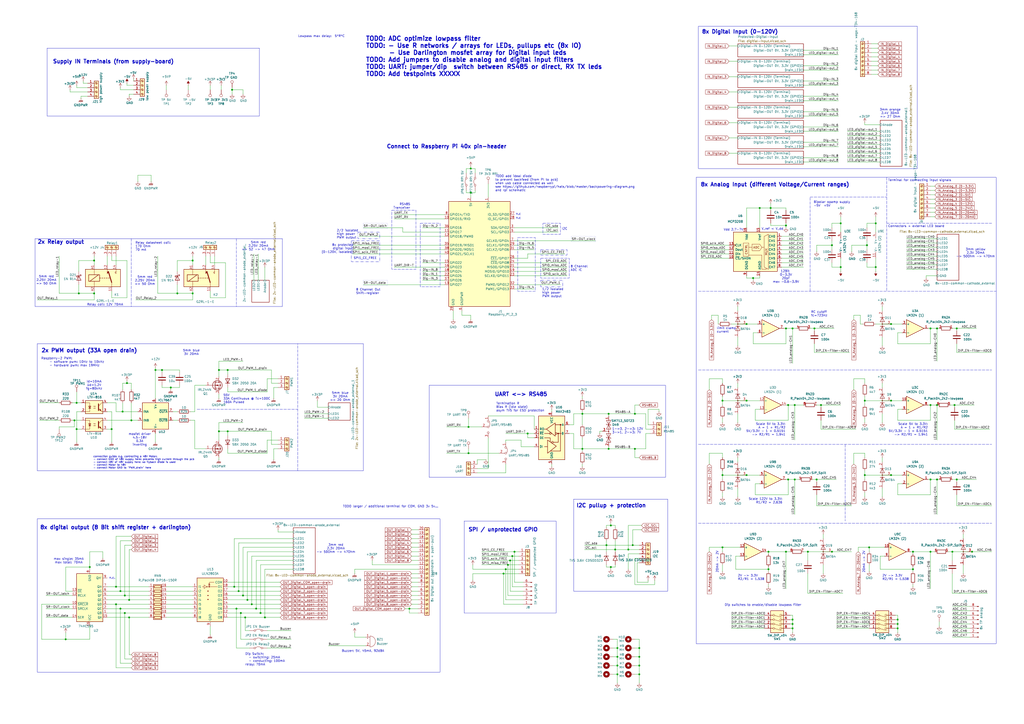
<source format=kicad_sch>
(kicad_sch
	(version 20231120)
	(generator "eeschema")
	(generator_version "8.0")
	(uuid "af4d11a6-73e1-4c39-a25e-5fe7dfa07237")
	(paper "A2")
	
	(junction
		(at 140.97 345.44)
		(diameter 0)
		(color 0 0 0 0)
		(uuid "01a8e618-7e14-4882-9136-a12536116a47")
	)
	(junction
		(at 237.49 353.06)
		(diameter 0)
		(color 0 0 0 0)
		(uuid "01c225b5-cd2c-42cd-9a9e-dd1eb69e7a46")
	)
	(junction
		(at 294.64 327.66)
		(diameter 0)
		(color 0 0 0 0)
		(uuid "05305efd-1dbd-4d1b-9814-028567a7094e")
	)
	(junction
		(at 137.16 353.06)
		(diameter 0)
		(color 0 0 0 0)
		(uuid "05eca1c0-0042-44d8-82a8-b1f48175c33d")
	)
	(junction
		(at 368.3 260.35)
		(diameter 0)
		(color 0 0 0 0)
		(uuid "06f335d7-63de-4572-a20a-022b6c7f93c9")
	)
	(junction
		(at 364.49 318.77)
		(diameter 0)
		(color 0 0 0 0)
		(uuid "072c8fc6-89d0-4715-8ea4-dd9134761f17")
	)
	(junction
		(at 351.79 316.23)
		(diameter 0)
		(color 0 0 0 0)
		(uuid "07823899-5798-4592-8eff-8b1fe5858f30")
	)
	(junction
		(at 358.14 381)
		(diameter 0)
		(color 0 0 0 0)
		(uuid "08257806-6a62-48e1-afe8-11841934bc89")
	)
	(junction
		(at 71.12 238.76)
		(diameter 0)
		(color 0 0 0 0)
		(uuid "0eedc99b-ff42-4961-8286-6066dee5c8fe")
	)
	(junction
		(at 508 129.54)
		(diameter 0)
		(color 0 0 0 0)
		(uuid "0f3fa599-affa-44c6-8b85-24ce12db14ea")
	)
	(junction
		(at 67.31 340.36)
		(diameter 0)
		(color 0 0 0 0)
		(uuid "10026633-9ac7-4b72-aa53-10151f42da81")
	)
	(junction
		(at 64.77 248.92)
		(diameter 0)
		(color 0 0 0 0)
		(uuid "11580b8b-6675-41d3-b33d-e1ed958eda93")
	)
	(junction
		(at 153.67 358.14)
		(diameter 0)
		(color 0 0 0 0)
		(uuid "119c3b35-4b9f-4318-9220-02559deba15e")
	)
	(junction
		(at 73.66 222.25)
		(diameter 0)
		(color 0 0 0 0)
		(uuid "14ee932b-b4bf-415b-ab21-01e0b930417b")
	)
	(junction
		(at 516.89 232.41)
		(diameter 0)
		(color 0 0 0 0)
		(uuid "14fcd33f-6a27-4b5c-bd8a-16602ae94ce3")
	)
	(junction
		(at 353.06 240.03)
		(diameter 0)
		(color 0 0 0 0)
		(uuid "1827b75e-5515-4844-a399-117e6918fd73")
	)
	(junction
		(at 354.33 328.93)
		(diameter 0)
		(color 0 0 0 0)
		(uuid "1c476741-4a7f-44e7-a84a-5b0fc50d1df8")
	)
	(junction
		(at 487.68 154.94)
		(diameter 0)
		(color 0 0 0 0)
		(uuid "1f83392c-f6f4-4c47-92c7-6541609902a5")
	)
	(junction
		(at 508 154.94)
		(diameter 0)
		(color 0 0 0 0)
		(uuid "1ff1815a-ddb0-4907-bed1-18b8fe5665e3")
	)
	(junction
		(at 461.01 234.95)
		(diameter 0)
		(color 0 0 0 0)
		(uuid "209182a8-b4b9-40cd-b5b2-bd90b860e927")
	)
	(junction
		(at 54.61 151.13)
		(diameter 0)
		(color 0 0 0 0)
		(uuid "213f96fc-26d9-4cf1-83bd-f4336ef00b81")
	)
	(junction
		(at 102.87 170.18)
		(diameter 0)
		(color 0 0 0 0)
		(uuid "236f3f4e-76e9-4351-baf1-7665cdb427aa")
	)
	(junction
		(at 146.05 350.52)
		(diameter 0)
		(color 0 0 0 0)
		(uuid "24719f92-8210-4aa7-b4fb-885fcf560860")
	)
	(junction
		(at 127 214.63)
		(diameter 0)
		(color 0 0 0 0)
		(uuid "2a544a35-89e9-4403-a76e-deca404b0df4")
	)
	(junction
		(at 337.82 240.03)
		(diameter 0)
		(color 0 0 0 0)
		(uuid "2d47b40e-d23f-458b-8bda-f40f4a63d16c")
	)
	(junction
		(at 461.01 278.13)
		(diameter 0)
		(color 0 0 0 0)
		(uuid "2ec783c1-8b84-46a4-83e0-9e6bdd9d83e1")
	)
	(junction
		(at 419.1 275.59)
		(diameter 0)
		(color 0 0 0 0)
		(uuid "2f3e2706-66a2-4ddc-84d7-d0f87e408bee")
	)
	(junction
		(at 358.14 391.16)
		(diameter 0)
		(color 0 0 0 0)
		(uuid "30eb7102-40a1-423f-af53-d597c277def6")
	)
	(junction
		(at 433.07 187.96)
		(diameter 0)
		(color 0 0 0 0)
		(uuid "322a1d28-d972-4b68-a81b-9e541f249074")
	)
	(junction
		(at 539.75 234.95)
		(diameter 0)
		(color 0 0 0 0)
		(uuid "3ae78f7f-94a6-4485-a6b5-d7ce73e1abef")
	)
	(junction
		(at 516.89 187.96)
		(diameter 0)
		(color 0 0 0 0)
		(uuid "3b4b0fd5-c991-4a1b-b89c-c6b2bfe001ca")
	)
	(junction
		(at 44.45 233.68)
		(diameter 0)
		(color 0 0 0 0)
		(uuid "3c610d6d-cd11-4e18-9d10-ffa22d04497a")
	)
	(junction
		(at 52.07 328.93)
		(diameter 0)
		(color 0 0 0 0)
		(uuid "3c754c5e-b249-46c4-9d05-9f550316aca5")
	)
	(junction
		(at 273.05 111.76)
		(diameter 0)
		(color 0 0 0 0)
		(uuid "401df33a-bfc8-4102-a832-13b9d72f27f9")
	)
	(junction
		(at 447.04 120.65)
		(diameter 0)
		(color 0 0 0 0)
		(uuid "42f8f2a2-d4f1-4f85-a7f3-af76fd15f334")
	)
	(junction
		(at 539.75 190.5)
		(diameter 0)
		(color 0 0 0 0)
		(uuid "4c28afa4-cb18-4457-bfd3-5c53dabd8baa")
	)
	(junction
		(at 67.31 350.52)
		(diameter 0)
		(color 0 0 0 0)
		(uuid "4dd49bce-72c0-4885-aaa1-4fc2ceee5ed9")
	)
	(junction
		(at 293.37 330.2)
		(diameter 0)
		(color 0 0 0 0)
		(uuid "4e253152-ce51-433a-bba8-8c16e7a62d28")
	)
	(junction
		(at 436.88 161.29)
		(diameter 0)
		(color 0 0 0 0)
		(uuid "4e57230f-aabe-47d0-b863-f2adc3d1ffe4")
	)
	(junction
		(at 554.99 278.13)
		(diameter 0)
		(color 0 0 0 0)
		(uuid "5350fbf4-d95b-437a-9686-20f0bf58d3a4")
	)
	(junction
		(at 356.87 318.77)
		(diameter 0)
		(color 0 0 0 0)
		(uuid "53d66afe-70cb-456e-9b1b-03e37a30427c")
	)
	(junction
		(at 539.75 278.13)
		(diameter 0)
		(color 0 0 0 0)
		(uuid "5453c15f-3da7-498f-b4d4-eefd4a32800e")
	)
	(junction
		(at 482.6 142.24)
		(diameter 0)
		(color 0 0 0 0)
		(uuid "55a82554-799d-4bb3-8181-718182c3900f")
	)
	(junction
		(at 501.65 232.41)
		(diameter 0)
		(color 0 0 0 0)
		(uuid "57a339c8-b411-45ff-a169-a3416d23d890")
	)
	(junction
		(at 111.76 170.18)
		(diameter 0)
		(color 0 0 0 0)
		(uuid "58641e9a-dfea-4a17-a599-d3f20704b922")
	)
	(junction
		(at 370.84 386.08)
		(diameter 0)
		(color 0 0 0 0)
		(uuid "58dccc51-9004-41fb-ad0d-5592fc6a349d")
	)
	(junction
		(at 539.75 320.04)
		(diameter 0)
		(color 0 0 0 0)
		(uuid "5ebeab69-b597-43d2-ab3a-c72fec21131d")
	)
	(junction
		(at 504.19 317.5)
		(diameter 0)
		(color 0 0 0 0)
		(uuid "5fbe9979-8f7b-4932-9184-a4d03c15d4fe")
	)
	(junction
		(at 476.25 234.95)
		(diameter 0)
		(color 0 0 0 0)
		(uuid "5fd46808-879e-44b8-af18-96d3e87ab16f")
	)
	(junction
		(at 354.33 304.8)
		(diameter 0)
		(color 0 0 0 0)
		(uuid "60649139-4bdd-472e-9af5-360b27505cfe")
	)
	(junction
		(at 370.84 391.16)
		(diameter 0)
		(color 0 0 0 0)
		(uuid "60a6d836-72d0-4313-9d09-432095eb272f")
	)
	(junction
		(at 295.91 325.12)
		(diameter 0)
		(color 0 0 0 0)
		(uuid "64cc4205-6b81-48b6-affd-d8656f4e6bce")
	)
	(junction
		(at 529.59 320.04)
		(diameter 0)
		(color 0 0 0 0)
		(uuid "67352b46-f9e5-4f25-b773-3d42ff5e5699")
	)
	(junction
		(at 419.1 317.5)
		(diameter 0)
		(color 0 0 0 0)
		(uuid "6e2b59ba-643e-42d5-abe7-fae3afd30e18")
	)
	(junction
		(at 90.17 214.63)
		(diameter 0)
		(color 0 0 0 0)
		(uuid "6f8dae14-e5bb-4ed3-8136-992dd6b276bb")
	)
	(junction
		(at 440.69 120.65)
		(diameter 0)
		(color 0 0 0 0)
		(uuid "71c80c36-cea0-487c-bcb3-ac90e6cf6909")
	)
	(junction
		(at 501.65 275.59)
		(diameter 0)
		(color 0 0 0 0)
		(uuid "72cd6455-fb65-4b52-8421-80100f0ddc8f")
	)
	(junction
		(at 69.85 342.9)
		(diameter 0)
		(color 0 0 0 0)
		(uuid "751fb691-f4d4-4afb-8c99-237d44216e6a")
	)
	(junction
		(at 143.51 347.98)
		(diameter 0)
		(color 0 0 0 0)
		(uuid "75331210-328d-4b01-a051-ab734c1e4329")
	)
	(junction
		(at 455.93 130.81)
		(diameter 0)
		(color 0 0 0 0)
		(uuid "7b6a19d9-d84c-4ace-9ad2-e52657e5669a")
	)
	(junction
		(at 543.56 190.5)
		(diameter 0)
		(color 0 0 0 0)
		(uuid "7c4690e7-c7bf-4226-a178-dc9e53dc51ed")
	)
	(junction
		(at 445.77 320.04)
		(diameter 0)
		(color 0 0 0 0)
		(uuid "7eee6ae0-e862-4cf5-a20a-077da3b5824a")
	)
	(junction
		(at 358.14 375.92)
		(diameter 0)
		(color 0 0 0 0)
		(uuid "8445ba9c-2e95-4eb0-ba3f-795d556ef72f")
	)
	(junction
		(at 38.1 370.84)
		(diameter 0)
		(color 0 0 0 0)
		(uuid "84b82d7c-5f92-4073-bceb-03310c6207ac")
	)
	(junction
		(at 472.44 190.5)
		(diameter 0)
		(color 0 0 0 0)
		(uuid "85be4b5b-1dd3-4429-a51f-714f415e4cb3")
	)
	(junction
		(at 516.89 275.59)
		(diameter 0)
		(color 0 0 0 0)
		(uuid "86f80d78-9680-4044-9ea8-382a544e1180")
	)
	(junction
		(at 306.07 251.46)
		(diameter 0)
		(color 0 0 0 0)
		(uuid "8ba0df70-00b9-477d-a1d9-09e132e0196c")
	)
	(junction
		(at 502.92 142.24)
		(diameter 0)
		(color 0 0 0 0)
		(uuid "8e2b91a7-a806-46dd-8017-558f66a7d5aa")
	)
	(junction
		(at 93.98 214.63)
		(diameter 0)
		(color 0 0 0 0)
		(uuid "900094c6-ad82-42ce-b9e4-bbff1fbd4f7d")
	)
	(junction
		(at 370.84 375.92)
		(diameter 0)
		(color 0 0 0 0)
		(uuid "92b51d51-f5fb-410e-bbe5-38b96764124c")
	)
	(junction
		(at 271.78 262.89)
		(diameter 0)
		(color 0 0 0 0)
		(uuid "98441d78-d77f-486a-92ea-3668d01ee127")
	)
	(junction
		(at 543.56 234.95)
		(diameter 0)
		(color 0 0 0 0)
		(uuid "9857da2e-fa86-4979-a30f-81191067da5a")
	)
	(junction
		(at 292.1 332.74)
		(diameter 0)
		(color 0 0 0 0)
		(uuid "9867b519-f5bd-4ee4-8781-727026525927")
	)
	(junction
		(at 459.74 359.41)
		(diameter 0)
		(color 0 0 0 0)
		(uuid "98c11e17-da75-489b-919d-abd5b90d75d6")
	)
	(junction
		(at 520.7 364.49)
		(diameter 0)
		(color 0 0 0 0)
		(uuid "9905ae76-43d5-46fd-ab04-63b3bd0b1c1a")
	)
	(junction
		(at 529.59 330.2)
		(diameter 0)
		(color 0 0 0 0)
		(uuid "9f9cd4a1-53b7-4b90-939d-1f42f0144daf")
	)
	(junction
		(at 72.39 345.44)
		(diameter 0)
		(color 0 0 0 0)
		(uuid "a02a0c35-7237-4690-930d-ae7d81a03d46")
	)
	(junction
		(at 433.07 275.59)
		(diameter 0)
		(color 0 0 0 0)
		(uuid "a0fb1850-0f46-4c36-b798-547b535c42df")
	)
	(junction
		(at 44.45 248.92)
		(diameter 0)
		(color 0 0 0 0)
		(uuid "a156600e-b17b-40ee-9338-2875dd6af119")
	)
	(junction
		(at 459.74 364.49)
		(diameter 0)
		(color 0 0 0 0)
		(uuid "a2aaf358-b70a-40ed-8891-c2b838783341")
	)
	(junction
		(at 543.56 278.13)
		(diameter 0)
		(color 0 0 0 0)
		(uuid "a647ae42-673a-4b30-ba91-f5c0de2d1fb1")
	)
	(junction
		(at 419.1 232.41)
		(diameter 0)
		(color 0 0 0 0)
		(uuid "a8916f2a-3760-4408-a711-e8008e50a42d")
	)
	(junction
		(at 473.71 278.13)
		(diameter 0)
		(color 0 0 0 0)
		(uuid "a8b20a5e-2fbe-4704-8e22-2faf27846df8")
	)
	(junction
		(at 553.72 234.95)
		(diameter 0)
		(color 0 0 0 0)
		(uuid "aad29792-d123-4844-9da8-1df2be24a9d5")
	)
	(junction
		(at 45.72 170.18)
		(diameter 0)
		(color 0 0 0 0)
		(uuid "ac1970be-fc9a-493a-b832-4f526b5d8a6f")
	)
	(junction
		(at 367.03 316.23)
		(diameter 0)
		(color 0 0 0 0)
		(uuid "ac4ac232-9a0f-4efe-bd40-aa7c1fcbaeed")
	)
	(junction
		(at 142.24 358.14)
		(diameter 0)
		(color 0 0 0 0)
		(uuid "b03b65c9-d63a-4b4e-b4bc-bfd5bb85047b")
	)
	(junction
		(at 134.62 52.07)
		(diameter 0)
		(color 0 0 0 0)
		(uuid "b1b4e282-b41e-4806-9700-a7c6fbc133b2")
	)
	(junction
		(at 138.43 342.9)
		(diameter 0)
		(color 0 0 0 0)
		(uuid "b2e04b3a-0203-4e9b-b5fb-44711c9651f5")
	)
	(junction
		(at 99.06 224.79)
		(diameter 0)
		(color 0 0 0 0)
		(uuid "b650fb0f-f91e-4bab-945c-20253961cf93")
	)
	(junction
		(at 368.3 240.03)
		(diameter 0)
		(color 0 0 0 0)
		(uuid "b75f83a7-ff43-422c-8aef-b23c65dc9f58")
	)
	(junction
		(at 433.07 232.41)
		(diameter 0)
		(color 0 0 0 0)
		(uuid "b8cbbf2c-6947-4c47-a76a-df98369a49e2")
	)
	(junction
		(at 445.77 330.2)
		(diameter 0)
		(color 0 0 0 0)
		(uuid "bc0e8895-a168-4b32-a3ae-032222041331")
	)
	(junction
		(at 273.05 97.79)
		(diameter 0)
		(color 0 0 0 0)
		(uuid "c141ea30-0a7b-45f8-a452-2c0244bcf9aa")
	)
	(junction
		(at 111.76 151.13)
		(diameter 0)
		(color 0 0 0 0)
		(uuid "c25e2208-2d4a-4a5d-b1b6-520bc7405c20")
	)
	(junction
		(at 72.39 355.6)
		(diameter 0)
		(color 0 0 0 0)
		(uuid "c2a7d60c-8406-4629-9f9f-20facc991908")
	)
	(junction
		(at 127 250.19)
		(diameter 0)
		(color 0 0 0 0)
		(uuid "c583ebaa-dbb1-42bf-9503-cd46d9d9c934")
	)
	(junction
		(at 468.63 320.04)
		(diameter 0)
		(color 0 0 0 0)
		(uuid "c6fd9455-a40f-495c-b522-dad68ccccb40")
	)
	(junction
		(at 69.85 353.06)
		(diameter 0)
		(color 0 0 0 0)
		(uuid "c7252f51-5593-44ea-9ef0-15644cb2b836")
	)
	(junction
		(at 482.6 320.04)
		(diameter 0)
		(color 0 0 0 0)
		(uuid "c7d2abe6-56ee-45d0-91ba-2bdad49697be")
	)
	(junction
		(at 554.99 190.5)
		(diameter 0)
		(color 0 0 0 0)
		(uuid "c9a1a788-271b-4313-91ac-1eb41a1be2d1")
	)
	(junction
		(at 74.93 347.98)
		(diameter 0)
		(color 0 0 0 0)
		(uuid "ca97fd06-a20b-4255-9402-c6f0775648c9")
	)
	(junction
		(at 563.88 320.04)
		(diameter 0)
		(color 0 0 0 0)
		(uuid "cb011434-a4b0-4556-a812-d331c49ca2c1")
	)
	(junction
		(at 297.18 322.58)
		(diameter 0)
		(color 0 0 0 0)
		(uuid "ccfc0193-cd4b-4bd1-9adb-8688e97bfa23")
	)
	(junction
		(at 151.13 355.6)
		(diameter 0)
		(color 0 0 0 0)
		(uuid "cdb7cae5-fc07-4bbc-8ee6-837fb3913bf1")
	)
	(junction
		(at 455.93 320.04)
		(diameter 0)
		(color 0 0 0 0)
		(uuid "d3002e4b-d3e1-40cc-9b8a-5d2c7334c6dd")
	)
	(junction
		(at 520.7 361.95)
		(diameter 0)
		(color 0 0 0 0)
		(uuid "d3c25f2f-519c-4e8a-bf2d-451e91de8263")
	)
	(junction
		(at 459.74 190.5)
		(diameter 0)
		(color 0 0 0 0)
		(uuid "d5958f52-db39-4d96-9f5c-46cc0e0a9c13")
	)
	(junction
		(at 353.06 260.35)
		(diameter 0)
		(color 0 0 0 0)
		(uuid "d5f0980c-b894-41c8-ad9a-99d84da95533")
	)
	(junction
		(at 132.08 250.19)
		(diameter 0)
		(color 0 0 0 0)
		(uuid "d7f6abff-a394-48b0-8295-d13e407a04cb")
	)
	(junction
		(at 487.68 129.54)
		(diameter 0)
		(color 0 0 0 0)
		(uuid "d8d7fb1f-bb4d-4c93-8aa7-905c20aefd85")
	)
	(junction
		(at 358.14 386.08)
		(diameter 0)
		(color 0 0 0 0)
		(uuid "d8d95aad-526c-4d3e-9a9b-fefcb78efcaa")
	)
	(junction
		(at 552.45 320.04)
		(diameter 0)
		(color 0 0 0 0)
		(uuid "dd672ca4-9aed-4510-a18a-eaf4c4b1b5b2")
	)
	(junction
		(at 298.45 320.04)
		(diameter 0)
		(color 0 0 0 0)
		(uuid "dd9c1b13-9084-449b-9bee-5e037521464a")
	)
	(junction
		(at 520.7 359.41)
		(diameter 0)
		(color 0 0 0 0)
		(uuid "df62cb63-19fa-46f2-9a5a-93a304b5a69d")
	)
	(junction
		(at 271.78 247.65)
		(diameter 0)
		(color 0 0 0 0)
		(uuid "df678c17-c7d1-407d-803a-c886081558ed")
	)
	(junction
		(at 457.2 234.95)
		(diameter 0)
		(color 0 0 0 0)
		(uuid "e06e2f01-d838-48f6-8efa-7e05b926ca29")
	)
	(junction
		(at 54.61 170.18)
		(diameter 0)
		(color 0 0 0 0)
		(uuid "e0fcc60c-adef-4503-b67d-31eec596d694")
	)
	(junction
		(at 148.59 353.06)
		(diameter 0)
		(color 0 0 0 0)
		(uuid "e3108376-7dad-4cc8-8861-63d384004879")
	)
	(junction
		(at 76.2 243.84)
		(diameter 0)
		(color 0 0 0 0)
		(uuid "e5b099e1-f557-4448-b3d0-b283fc211558")
	)
	(junction
		(at 135.89 340.36)
		(diameter 0)
		(color 0 0 0 0)
		(uuid "e5bd5461-5bb2-4b08-87c8-6e463ef8db0a")
	)
	(junction
		(at 132.08 214.63)
		(diameter 0)
		(color 0 0 0 0)
		(uuid "e8615103-e90c-4f75-b440-b8fad443ff1e")
	)
	(junction
		(at 43.18 243.84)
		(diameter 0)
		(color 0 0 0 0)
		(uuid "e888c988-fb5e-4161-b771-d1f510c9d0b9")
	)
	(junction
		(at 337.82 260.35)
		(diameter 0)
		(color 0 0 0 0)
		(uuid "ed02a82a-9a4c-446b-b18a-c2e77fed11fa")
	)
	(junction
		(at 457.2 278.13)
		(diameter 0)
		(color 0 0 0 0)
		(uuid "ef6c709f-f6a8-4332-b336-2fc745163133")
	)
	(junction
		(at 459.74 361.95)
		(diameter 0)
		(color 0 0 0 0)
		(uuid "f4dadaf2-7795-4ea6-a683-80336635a387")
	)
	(junction
		(at 370.84 381)
		(diameter 0)
		(color 0 0 0 0)
		(uuid "f8e84513-ffe1-4837-b530-90ecbd0bf285")
	)
	(junction
		(at 139.7 355.6)
		(diameter 0)
		(color 0 0 0 0)
		(uuid "fae7fc45-5150-4de6-9de8-a36ec31aa312")
	)
	(junction
		(at 455.93 190.5)
		(diameter 0)
		(color 0 0 0 0)
		(uuid "fbce1fdb-db5b-4f19-bbb5-0a9c27bcbc89")
	)
	(junction
		(at 74.93 358.14)
		(diameter 0)
		(color 0 0 0 0)
		(uuid "fcfc1728-3653-4623-b7b5-a4e4cd6811ba")
	)
	(wire
		(pts
			(xy 455.93 129.54) (xy 455.93 130.81)
		)
		(stroke
			(width 0)
			(type default)
		)
		(uuid "0054231e-6c1c-4b62-a261-da803b448710")
	)
	(wire
		(pts
			(xy 491.49 78.74) (xy 510.54 78.74)
		)
		(stroke
			(width 0)
			(type default)
		)
		(uuid "0059a5bd-5d4e-41f1-b8bf-105e91bea211")
	)
	(wire
		(pts
			(xy 496.57 248.92) (xy 476.25 248.92)
		)
		(stroke
			(width 0)
			(type default)
		)
		(uuid "007352d0-4393-4d19-8efc-d51e28cb77e4")
	)
	(wire
		(pts
			(xy 238.76 320.04) (xy 242.57 320.04)
		)
		(stroke
			(width 0)
			(type default)
		)
		(uuid "00818073-0ff6-4df9-84ad-d009831f149e")
	)
	(wire
		(pts
			(xy 62.23 243.84) (xy 76.2 243.84)
		)
		(stroke
			(width 0)
			(type default)
		)
		(uuid "00912cef-7458-4250-9601-851325c17234")
	)
	(wire
		(pts
			(xy 62.23 233.68) (xy 67.31 233.68)
		)
		(stroke
			(width 0)
			(type default)
		)
		(uuid "00e44004-c513-4de5-a722-c1ec9c261caa")
	)
	(wire
		(pts
			(xy 419.1 327.66) (xy 419.1 331.47)
		)
		(stroke
			(width 0)
			(type default)
		)
		(uuid "00ef2f56-37bd-4ed0-aeb9-aa019bd24e2f")
	)
	(wire
		(pts
			(xy 139.7 370.84) (xy 139.7 355.6)
		)
		(stroke
			(width 0)
			(type default)
		)
		(uuid "00fdba94-28e0-4b7e-a3f6-8468a273182f")
	)
	(wire
		(pts
			(xy 553.72 234.95) (xy 553.72 236.22)
		)
		(stroke
			(width 0)
			(type default)
		)
		(uuid "01a5f7f5-381b-4726-8886-b420b25ccedd")
	)
	(wire
		(pts
			(xy 132.08 353.06) (xy 137.16 353.06)
		)
		(stroke
			(width 0)
			(type default)
		)
		(uuid "01f70877-5d35-4473-8154-b32633fb4439")
	)
	(wire
		(pts
			(xy 90.17 214.63) (xy 93.98 214.63)
		)
		(stroke
			(width 0)
			(type default)
		)
		(uuid "02432959-10b0-4f2a-af2d-7311d5fec00d")
	)
	(wire
		(pts
			(xy 486.41 31.75) (xy 466.09 31.75)
		)
		(stroke
			(width 0)
			(type default)
		)
		(uuid "025ad35c-64b0-47a8-a900-f118fd03ec35")
	)
	(wire
		(pts
			(xy 270.51 111.76) (xy 273.05 111.76)
		)
		(stroke
			(width 0)
			(type default)
		)
		(uuid "02629f80-2850-40af-b117-d301cbd2e1ca")
	)
	(wire
		(pts
			(xy 274.32 330.2) (xy 293.37 330.2)
		)
		(stroke
			(width 0)
			(type default)
		)
		(uuid "02a344d2-8b47-43f6-b628-b060a6ff1a34")
	)
	(wire
		(pts
			(xy 537.21 160.02) (xy 543.56 160.02)
		)
		(stroke
			(width 0)
			(type default)
		)
		(uuid "02ca2bcb-dc3d-41b8-b3bb-d6980a38a62d")
	)
	(wire
		(pts
			(xy 52.07 330.2) (xy 52.07 328.93)
		)
		(stroke
			(width 0)
			(type default)
		)
		(uuid "02caf3da-4dfe-464a-bed0-55c975aa32ca")
	)
	(wire
		(pts
			(xy 487.68 125.73) (xy 487.68 129.54)
		)
		(stroke
			(width 0)
			(type default)
		)
		(uuid "02dea10a-f229-486d-876a-a071096eeead")
	)
	(wire
		(pts
			(xy 245.11 152.4) (xy 257.81 152.4)
		)
		(stroke
			(width 0)
			(type default)
		)
		(uuid "02f927d2-46f0-4067-bb2c-7b5ed625f8eb")
	)
	(wire
		(pts
			(xy 157.48 250.19) (xy 157.48 257.81)
		)
		(stroke
			(width 0)
			(type default)
		)
		(uuid "030da04f-bb6a-49d5-a07a-b1ac13ef0d2c")
	)
	(wire
		(pts
			(xy 516.89 275.59) (xy 523.24 275.59)
		)
		(stroke
			(width 0)
			(type default)
		)
		(uuid "0402a363-6ddc-4245-b79d-651ce5e2b849")
	)
	(wire
		(pts
			(xy 457.2 234.95) (xy 461.01 234.95)
		)
		(stroke
			(width 0)
			(type default)
		)
		(uuid "04304b2e-0c68-4a14-bbe0-0e23cac30e94")
	)
	(wire
		(pts
			(xy 176.53 242.57) (xy 190.5 242.57)
		)
		(stroke
			(width 0)
			(type default)
		)
		(uuid "0441f777-da59-4d51-9ce1-7f52d2030a3b")
	)
	(wire
		(pts
			(xy 351.79 306.07) (xy 351.79 304.8)
		)
		(stroke
			(width 0)
			(type default)
		)
		(uuid "0445f1c5-cbd7-41f2-81d5-6122602375c6")
	)
	(wire
		(pts
			(xy 563.88 320.04) (xy 575.31 320.04)
		)
		(stroke
			(width 0)
			(type default)
		)
		(uuid "044788d0-021d-486d-a9d3-fdae59027b7a")
	)
	(polyline
		(pts
			(xy 114.3 237.49) (xy 172.72 237.49)
		)
		(stroke
			(width 0)
			(type dash)
		)
		(uuid "0562829c-78ed-418e-bf83-3ad41711062d")
	)
	(wire
		(pts
			(xy 73.66 151.13) (xy 73.66 172.72)
		)
		(stroke
			(width 0)
			(type default)
		)
		(uuid "05769be8-6486-49a6-96aa-282d535c7d39")
	)
	(wire
		(pts
			(xy 433.07 132.08) (xy 433.07 120.65)
		)
		(stroke
			(width 0)
			(type default)
		)
		(uuid "05c7cccb-cca5-4623-97c8-040d9b4df307")
	)
	(wire
		(pts
			(xy 67.31 340.36) (xy 86.36 340.36)
		)
		(stroke
			(width 0)
			(type default)
		)
		(uuid "060a1e46-185f-46d5-bb25-4b502bfab042")
	)
	(wire
		(pts
			(xy 453.39 137.16) (xy 466.09 137.16)
		)
		(stroke
			(width 0)
			(type default)
		)
		(uuid "068083fa-fce7-43b5-8463-4f98840e7a26")
	)
	(wire
		(pts
			(xy 73.66 172.72) (xy 64.77 172.72)
		)
		(stroke
			(width 0)
			(type default)
		)
		(uuid "06a1b25e-5913-4cbd-a6dc-df54f02c3062")
	)
	(wire
		(pts
			(xy 76.2 313.69) (xy 69.85 313.69)
		)
		(stroke
			(width 0)
			(type default)
		)
		(uuid "0768423a-ac1c-4f99-9532-7ef87789f549")
	)
	(wire
		(pts
			(xy 96.52 342.9) (xy 111.76 342.9)
		)
		(stroke
			(width 0)
			(type default)
		)
		(uuid "07df2798-ce49-4d2e-88d1-304e7370129e")
	)
	(wire
		(pts
			(xy 273.05 182.88) (xy 273.05 185.42)
		)
		(stroke
			(width 0)
			(type default)
		)
		(uuid "07f79494-8767-4e73-b134-542e489a4daa")
	)
	(wire
		(pts
			(xy 511.81 265.43) (xy 511.81 267.97)
		)
		(stroke
			(width 0)
			(type default)
		)
		(uuid "086ffce1-bece-47de-afff-a5272daa684c")
	)
	(wire
		(pts
			(xy 543.56 278.13) (xy 544.83 278.13)
		)
		(stroke
			(width 0)
			(type default)
		)
		(uuid "08d4afc6-7a52-4c48-90ea-de03339f3fec")
	)
	(wire
		(pts
			(xy 438.15 280.67) (xy 438.15 287.02)
		)
		(stroke
			(width 0)
			(type default)
		)
		(uuid "08da2754-5954-4cc6-88b7-c43418808a5f")
	)
	(wire
		(pts
			(xy 238.76 332.74) (xy 242.57 332.74)
		)
		(stroke
			(width 0)
			(type default)
		)
		(uuid "09105bff-0442-453e-b260-c98527da345d")
	)
	(wire
		(pts
			(xy 453.39 139.7) (xy 466.09 139.7)
		)
		(stroke
			(width 0)
			(type default)
		)
		(uuid "0932f8bf-1781-41f0-8075-3b7e84ddb5c7")
	)
	(wire
		(pts
			(xy 64.77 248.92) (xy 64.77 238.76)
		)
		(stroke
			(width 0)
			(type default)
		)
		(uuid "09c9e21f-8206-47ae-a9c8-c044bfbcae4a")
	)
	(wire
		(pts
			(xy 501.65 273.05) (xy 501.65 275.59)
		)
		(stroke
			(width 0)
			(type default)
		)
		(uuid "09d9a41a-af3c-4a91-ad4d-2c3b79cf9ec7")
	)
	(wire
		(pts
			(xy 52.07 363.22) (xy 52.07 370.84)
		)
		(stroke
			(width 0)
			(type default)
		)
		(uuid "0a051774-4cbb-4b66-bf37-8910fac947bb")
	)
	(wire
		(pts
			(xy 62.23 358.14) (xy 74.93 358.14)
		)
		(stroke
			(width 0)
			(type default)
		)
		(uuid "0aa33d96-2e44-4442-b63d-f8ede3d506ac")
	)
	(wire
		(pts
			(xy 375.92 237.49) (xy 375.92 246.38)
		)
		(stroke
			(width 0)
			(type default)
		)
		(uuid "0ac0da6d-7a79-4bb6-aac5-dbd7e02f6a35")
	)
	(wire
		(pts
			(xy 157.48 257.81) (xy 161.29 257.81)
		)
		(stroke
			(width 0)
			(type default)
		)
		(uuid "0af3e3f5-4871-4f0a-9b10-f4cd810203b5")
	)
	(wire
		(pts
			(xy 419.1 262.89) (xy 419.1 265.43)
		)
		(stroke
			(width 0)
			(type default)
		)
		(uuid "0b798a4e-ae38-46ca-9967-253a2656e0f1")
	)
	(wire
		(pts
			(xy 69.85 384.81) (xy 69.85 353.06)
		)
		(stroke
			(width 0)
			(type default)
		)
		(uuid "0d64bcbd-9b4c-4f6e-98d3-beab5b2606b6")
	)
	(wire
		(pts
			(xy 458.47 361.95) (xy 459.74 361.95)
		)
		(stroke
			(width 0)
			(type default)
		)
		(uuid "0ee3f252-7bb8-434b-aa8b-9caf2c52cf77")
	)
	(wire
		(pts
			(xy 501.65 232.41) (xy 501.65 234.95)
		)
		(stroke
			(width 0)
			(type default)
		)
		(uuid "0f4644b6-fa54-41ce-a769-bba1ac182829")
	)
	(wire
		(pts
			(
... [506271 chars truncated]
</source>
